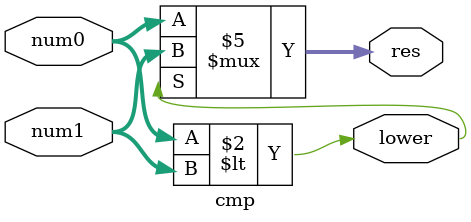
<source format=sv>
`timescale 1ns / 1ps


module cmp(
    input logic [7:0] num0, num1,
    output logic [7:0] res,
    output logic lower
    );
    
    always @(num0, num1)    // triggers whenever any of the signals in the sensitivity list (*) changes
    begin
    lower = (num0 < num1);  
    
    if (lower == 0)
        res[7:0] = num0[7:0];
    else
        res[7:0] = num1[7:0];
    end    
    
endmodule

</source>
